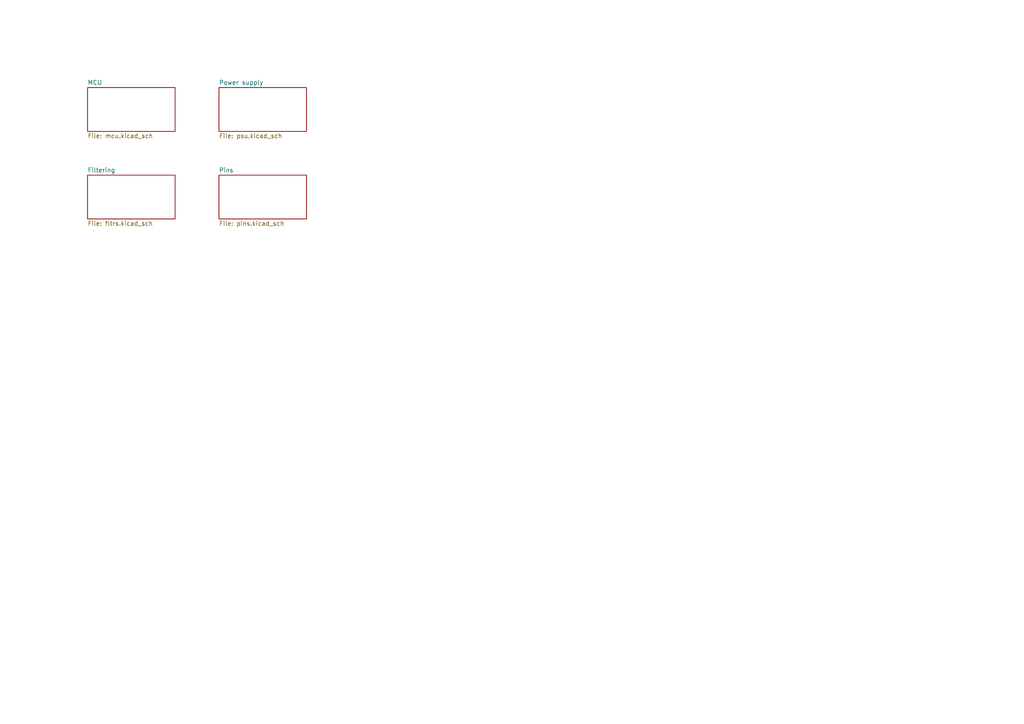
<source format=kicad_sch>
(kicad_sch
	(version 20231120)
	(generator "eeschema")
	(generator_version "8.0")
	(uuid "8b0d7f56-1962-40c9-8b95-6d4fe558acbc")
	(paper "A4")
	(title_block
		(title "Micro17 - OpenRTX on a Module for ICOM radios")
		(date "2024-04-04")
		(rev "A")
		(company "Wojciech SP5WWP, Mano ON6RF, Mutlu TA1MD et al.")
		(comment 1 "M17 Project, OpenRTX")
	)
	(lib_symbols)
	(sheet
		(at 63.5 25.4)
		(size 25.4 12.7)
		(fields_autoplaced yes)
		(stroke
			(width 0.1524)
			(type solid)
		)
		(fill
			(color 0 0 0 0.0000)
		)
		(uuid "026f1c9e-90b7-4566-8140-6cab9a89bcc9")
		(property "Sheetname" "Power supply"
			(at 63.5 24.6884 0)
			(effects
				(font
					(size 1.27 1.27)
				)
				(justify left bottom)
			)
		)
		(property "Sheetfile" "psu.kicad_sch"
			(at 63.5 38.6846 0)
			(effects
				(font
					(size 1.27 1.27)
				)
				(justify left top)
			)
		)
		(instances
			(project "micro17"
				(path "/8b0d7f56-1962-40c9-8b95-6d4fe558acbc"
					(page "3")
				)
			)
		)
	)
	(sheet
		(at 63.5 50.8)
		(size 25.4 12.7)
		(fields_autoplaced yes)
		(stroke
			(width 0.1524)
			(type solid)
		)
		(fill
			(color 0 0 0 0.0000)
		)
		(uuid "13b6b83b-ed33-487f-9920-ee485cde78f6")
		(property "Sheetname" "Pins"
			(at 63.5 50.0884 0)
			(effects
				(font
					(size 1.27 1.27)
				)
				(justify left bottom)
			)
		)
		(property "Sheetfile" "pins.kicad_sch"
			(at 63.5 64.0846 0)
			(effects
				(font
					(size 1.27 1.27)
				)
				(justify left top)
			)
		)
		(instances
			(project "micro17"
				(path "/8b0d7f56-1962-40c9-8b95-6d4fe558acbc"
					(page "5")
				)
			)
		)
	)
	(sheet
		(at 25.4 50.8)
		(size 25.4 12.7)
		(fields_autoplaced yes)
		(stroke
			(width 0.1524)
			(type solid)
		)
		(fill
			(color 0 0 0 0.0000)
		)
		(uuid "7637d31f-a3ee-4f29-a821-360137dd6bf9")
		(property "Sheetname" "Filtering"
			(at 25.4 50.0884 0)
			(effects
				(font
					(size 1.27 1.27)
				)
				(justify left bottom)
			)
		)
		(property "Sheetfile" "fltrs.kicad_sch"
			(at 25.4 64.0846 0)
			(effects
				(font
					(size 1.27 1.27)
				)
				(justify left top)
			)
		)
		(instances
			(project "micro17"
				(path "/8b0d7f56-1962-40c9-8b95-6d4fe558acbc"
					(page "4")
				)
			)
		)
	)
	(sheet
		(at 25.4 25.4)
		(size 25.4 12.7)
		(fields_autoplaced yes)
		(stroke
			(width 0.1524)
			(type solid)
		)
		(fill
			(color 0 0 0 0.0000)
		)
		(uuid "9f9e0b5b-f07d-4ebd-b315-be375c62719d")
		(property "Sheetname" "MCU"
			(at 25.4 24.6884 0)
			(effects
				(font
					(size 1.27 1.27)
				)
				(justify left bottom)
			)
		)
		(property "Sheetfile" "mcu.kicad_sch"
			(at 25.4 38.6846 0)
			(effects
				(font
					(size 1.27 1.27)
				)
				(justify left top)
			)
		)
		(instances
			(project "micro17"
				(path "/8b0d7f56-1962-40c9-8b95-6d4fe558acbc"
					(page "2")
				)
			)
		)
	)
	(sheet_instances
		(path "/"
			(page "1")
		)
	)
)
</source>
